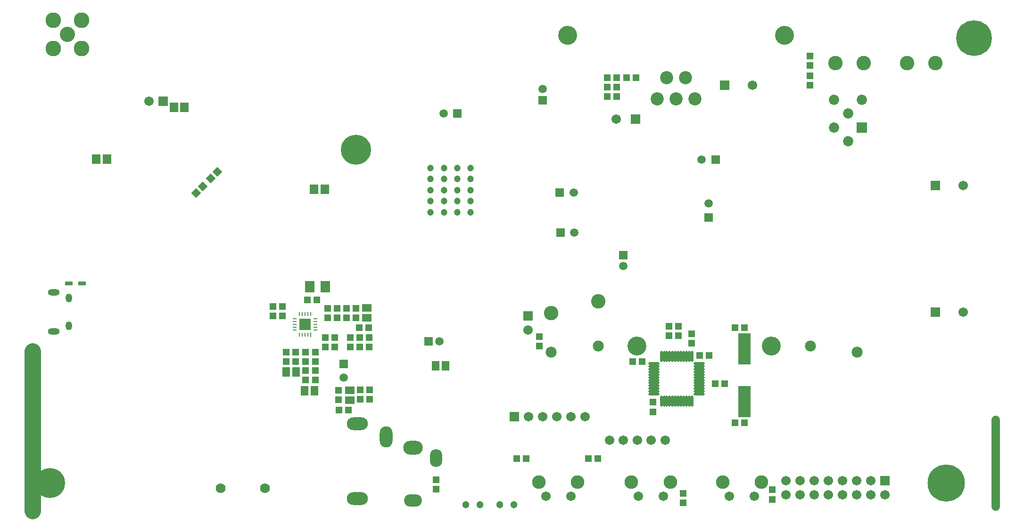
<source format=gbs>
G04*
G04 #@! TF.GenerationSoftware,Altium Limited,Altium Designer,19.1.8 (144)*
G04*
G04 Layer_Color=16711935*
%FSLAX25Y25*%
%MOIN*%
G70*
G01*
G75*
%ADD22C,0.11811*%
%ADD23C,0.05906*%
%ADD27R,0.04737X0.05131*%
%ADD28R,0.05918X0.06706*%
%ADD30R,0.05131X0.04737*%
G04:AMPARAMS|DCode=33|XSize=47.37mil|YSize=51.31mil|CornerRadius=0mil|HoleSize=0mil|Usage=FLASHONLY|Rotation=315.000|XOffset=0mil|YOffset=0mil|HoleType=Round|Shape=Rectangle|*
%AMROTATEDRECTD33*
4,1,4,-0.03489,-0.00139,0.00139,0.03489,0.03489,0.00139,-0.00139,-0.03489,-0.03489,-0.00139,0.0*
%
%ADD33ROTATEDRECTD33*%

%ADD48R,0.05288X0.06587*%
%ADD49R,0.06587X0.05288*%
%ADD65C,0.06706*%
%ADD91C,0.05131*%
%ADD92R,0.05918X0.05918*%
%ADD93C,0.05918*%
%ADD94R,0.06706X0.06706*%
%ADD95O,0.04488X0.06260*%
%ADD96O,0.08280X0.04540*%
%ADD97C,0.13398*%
%ADD98C,0.09300*%
%ADD99C,0.09658*%
%ADD100C,0.10209*%
%ADD101C,0.07828*%
%ADD102C,0.07001*%
%ADD103C,0.21272*%
%ADD104C,0.25210*%
%ADD105R,0.05918X0.05918*%
%ADD106C,0.11036*%
%ADD107C,0.10737*%
%ADD108R,0.06706X0.06706*%
%ADD109C,0.04737*%
%ADD110O,0.14973X0.09068*%
%ADD111O,0.09068X0.14973*%
%ADD112O,0.08674X0.12611*%
%ADD113O,0.13792X0.09855*%
%ADD114O,0.12611X0.08674*%
%ADD115C,0.26391*%
%ADD116C,0.07284*%
%ADD117R,0.07284X0.07284*%
%ADD118C,0.10249*%
%ADD227R,0.08268X0.08268*%
%ADD228O,0.03188X0.00942*%
%ADD229O,0.00942X0.03188*%
%ADD230R,0.00942X0.03188*%
%ADD232R,0.07099X0.07887*%
%ADD233R,0.05170X0.02847*%
%ADD234O,0.01981X0.07887*%
%ADD235O,0.07887X0.01981*%
%ADD236R,0.08674X0.22453*%
D22*
X7579Y0D02*
Y113287D01*
D23*
X688287Y3248D02*
Y64370D01*
D27*
X365846Y123425D02*
D03*
Y116732D02*
D03*
X557185Y322047D02*
D03*
Y315354D02*
D03*
X245374Y122835D02*
D03*
Y116142D02*
D03*
X221161Y116240D02*
D03*
Y122933D02*
D03*
X467323Y12598D02*
D03*
Y5906D02*
D03*
X530315Y14961D02*
D03*
Y8268D02*
D03*
X292913Y22244D02*
D03*
Y15551D02*
D03*
X446063Y76968D02*
D03*
Y70276D02*
D03*
X473327Y118799D02*
D03*
Y125492D02*
D03*
X557185Y301476D02*
D03*
Y308169D02*
D03*
X214567Y116240D02*
D03*
Y122933D02*
D03*
X238779Y116142D02*
D03*
Y122835D02*
D03*
X232185Y116240D02*
D03*
Y122933D02*
D03*
X236221Y136811D02*
D03*
Y143504D02*
D03*
X229527Y136811D02*
D03*
Y143504D02*
D03*
X216142Y136811D02*
D03*
Y143504D02*
D03*
X222835Y136811D02*
D03*
Y143504D02*
D03*
X239173Y85728D02*
D03*
Y79035D02*
D03*
X245866Y79035D02*
D03*
Y85728D02*
D03*
X223819Y78642D02*
D03*
Y85335D02*
D03*
D28*
X52461Y249016D02*
D03*
X59941D02*
D03*
X114862Y285630D02*
D03*
X107382D02*
D03*
X206496Y227953D02*
D03*
X213976D02*
D03*
D30*
X457283Y124016D02*
D03*
X463976D02*
D03*
X457283Y130709D02*
D03*
X463976D02*
D03*
X413779Y293307D02*
D03*
X420472D02*
D03*
X420472Y300000D02*
D03*
X413779D02*
D03*
X434252Y306693D02*
D03*
X427559D02*
D03*
X184055Y138189D02*
D03*
X177362D02*
D03*
X400394Y37008D02*
D03*
X407087D02*
D03*
X230709Y71358D02*
D03*
X224016D02*
D03*
X349606Y37008D02*
D03*
X356299D02*
D03*
X490059Y90059D02*
D03*
X496752D02*
D03*
X504134Y62500D02*
D03*
X510827D02*
D03*
X504134Y129626D02*
D03*
X510827D02*
D03*
X479134Y110039D02*
D03*
X485827D02*
D03*
X438583Y105807D02*
D03*
X431890D02*
D03*
X413779Y306693D02*
D03*
X420472D02*
D03*
X208366Y149606D02*
D03*
X201673D02*
D03*
X245177Y129823D02*
D03*
X238484D02*
D03*
X177362Y144783D02*
D03*
X184055D02*
D03*
X200590Y105905D02*
D03*
X207283D02*
D03*
X200590Y99311D02*
D03*
X207283D02*
D03*
X193504Y105905D02*
D03*
X186811D02*
D03*
X200590Y112598D02*
D03*
X207283D02*
D03*
X193504D02*
D03*
X186811D02*
D03*
X200590Y92913D02*
D03*
X207283D02*
D03*
D33*
X138193Y240162D02*
D03*
X133460Y235429D02*
D03*
X123027Y225094D02*
D03*
X127760Y229827D02*
D03*
D48*
X299567Y102953D02*
D03*
X292559D02*
D03*
X186654Y98425D02*
D03*
X193661D02*
D03*
X206850Y85236D02*
D03*
X199842D02*
D03*
D49*
X243701Y143661D02*
D03*
Y136653D02*
D03*
X231693Y85492D02*
D03*
Y78484D02*
D03*
D65*
X420079Y277461D02*
D03*
X370276Y10531D02*
D03*
X387992D02*
D03*
X435630D02*
D03*
X453346D02*
D03*
X500198D02*
D03*
X517915D02*
D03*
X89685Y290158D02*
D03*
X357874Y127972D02*
D03*
X378189Y66831D02*
D03*
X368189D02*
D03*
X358189D02*
D03*
X388189D02*
D03*
X398189D02*
D03*
X454724Y50098D02*
D03*
X444882D02*
D03*
X435039D02*
D03*
X425197D02*
D03*
X415354D02*
D03*
X540000Y11417D02*
D03*
Y21417D02*
D03*
X550000Y11417D02*
D03*
Y21417D02*
D03*
X560000Y11417D02*
D03*
Y21417D02*
D03*
X570000Y11417D02*
D03*
Y21417D02*
D03*
X580000Y11417D02*
D03*
Y21417D02*
D03*
X590000Y11417D02*
D03*
Y21417D02*
D03*
X600000Y11417D02*
D03*
Y21417D02*
D03*
X610000Y11417D02*
D03*
X516339Y301575D02*
D03*
X665354Y140650D02*
D03*
X665354Y230610D02*
D03*
D91*
X323701Y4429D02*
D03*
X313701D02*
D03*
X337717D02*
D03*
X347716D02*
D03*
D92*
X485335Y207874D02*
D03*
X227559Y104232D02*
D03*
X425197Y181201D02*
D03*
X368209Y290945D02*
D03*
D93*
X485335Y217717D02*
D03*
X295177Y120177D02*
D03*
X227559Y94390D02*
D03*
X425197Y173327D02*
D03*
X480512Y248721D02*
D03*
X390059Y225295D02*
D03*
X368209Y298819D02*
D03*
X390551Y197244D02*
D03*
X298031Y281299D02*
D03*
D94*
X433858Y277461D02*
D03*
X99685Y290158D02*
D03*
X348189Y66831D02*
D03*
X610000Y21417D02*
D03*
X496654Y301575D02*
D03*
X645669Y140650D02*
D03*
X645669Y230610D02*
D03*
D95*
X33071Y150689D02*
D03*
Y131004D02*
D03*
D96*
X22441Y154626D02*
D03*
Y127067D02*
D03*
D97*
X539173Y336693D02*
D03*
X385630D02*
D03*
X529724Y116634D02*
D03*
X434842D02*
D03*
D98*
X475787Y291791D02*
D03*
X469095Y306791D02*
D03*
X462402Y291791D02*
D03*
X455709Y306791D02*
D03*
X449016Y291791D02*
D03*
D99*
X365354Y20374D02*
D03*
X392913D02*
D03*
X430709D02*
D03*
X458268D02*
D03*
X495277D02*
D03*
X522836D02*
D03*
D100*
X407283Y148524D02*
D03*
X374213Y140256D02*
D03*
D101*
X557283Y116634D02*
D03*
X407283D02*
D03*
X374213Y112303D02*
D03*
X590354D02*
D03*
D102*
X171851Y16142D02*
D03*
X140355D02*
D03*
D103*
X19685Y19685D02*
D03*
X236221Y255906D02*
D03*
D104*
X673228Y334646D02*
D03*
D105*
X287303Y120177D02*
D03*
X490354Y248721D02*
D03*
X380217Y225295D02*
D03*
X380709Y197244D02*
D03*
X307874Y281299D02*
D03*
D106*
X22087Y327402D02*
D03*
X42087D02*
D03*
Y347402D02*
D03*
X22087D02*
D03*
D107*
X32087Y337402D02*
D03*
D108*
X357874Y137972D02*
D03*
D109*
X288878Y211417D02*
D03*
Y219291D02*
D03*
Y227165D02*
D03*
Y235039D02*
D03*
Y242913D02*
D03*
X298327Y211417D02*
D03*
Y219291D02*
D03*
Y227165D02*
D03*
Y235039D02*
D03*
Y242913D02*
D03*
X307776Y211417D02*
D03*
Y219291D02*
D03*
Y227165D02*
D03*
Y235039D02*
D03*
Y242913D02*
D03*
X317224D02*
D03*
Y235039D02*
D03*
Y227165D02*
D03*
Y219291D02*
D03*
Y211417D02*
D03*
D110*
X237008Y8760D02*
D03*
Y61713D02*
D03*
D111*
X257480Y52461D02*
D03*
D112*
X292913Y37303D02*
D03*
D113*
X276378Y44784D02*
D03*
D114*
Y7579D02*
D03*
D115*
X653543Y19685D02*
D03*
D116*
X574114Y291240D02*
D03*
Y271555D02*
D03*
X593799Y291240D02*
D03*
X583957Y261712D02*
D03*
Y281398D02*
D03*
D117*
X593799Y271555D02*
D03*
D118*
X645827Y317028D02*
D03*
X625827D02*
D03*
X595039D02*
D03*
X575039D02*
D03*
D227*
X200079Y132165D02*
D03*
D228*
X207367Y128228D02*
D03*
Y130197D02*
D03*
Y132165D02*
D03*
Y134134D02*
D03*
Y136102D02*
D03*
X192790D02*
D03*
Y134134D02*
D03*
Y132165D02*
D03*
Y130197D02*
D03*
Y128228D02*
D03*
D229*
X204016Y139454D02*
D03*
X202047D02*
D03*
X200079D02*
D03*
X198110D02*
D03*
X196142D02*
D03*
Y124877D02*
D03*
X198110D02*
D03*
X200079D02*
D03*
X202047D02*
D03*
D230*
X204016D02*
D03*
D232*
X214468Y158760D02*
D03*
X203445D02*
D03*
D233*
X33110Y161221D02*
D03*
X42283D02*
D03*
D234*
X473622Y109547D02*
D03*
X471653D02*
D03*
X469685D02*
D03*
X467716D02*
D03*
X465748D02*
D03*
X463779D02*
D03*
X461811D02*
D03*
X459842D02*
D03*
X457874D02*
D03*
X455905D02*
D03*
X453937D02*
D03*
X451968D02*
D03*
Y77657D02*
D03*
X453937D02*
D03*
X455905D02*
D03*
X457874D02*
D03*
X459842D02*
D03*
X461811D02*
D03*
X463779D02*
D03*
X465748D02*
D03*
X467716D02*
D03*
X469685D02*
D03*
X471653D02*
D03*
X473622D02*
D03*
D235*
X446850Y104428D02*
D03*
Y102460D02*
D03*
Y100491D02*
D03*
Y98523D02*
D03*
Y96554D02*
D03*
Y94586D02*
D03*
Y92617D02*
D03*
Y90649D02*
D03*
Y88680D02*
D03*
Y86712D02*
D03*
Y84743D02*
D03*
Y82775D02*
D03*
X478740D02*
D03*
Y84743D02*
D03*
Y86712D02*
D03*
Y88680D02*
D03*
Y90649D02*
D03*
Y92617D02*
D03*
Y94586D02*
D03*
Y96554D02*
D03*
Y98523D02*
D03*
Y100491D02*
D03*
Y102460D02*
D03*
Y104428D02*
D03*
D236*
X510827Y114763D02*
D03*
Y77362D02*
D03*
M02*

</source>
